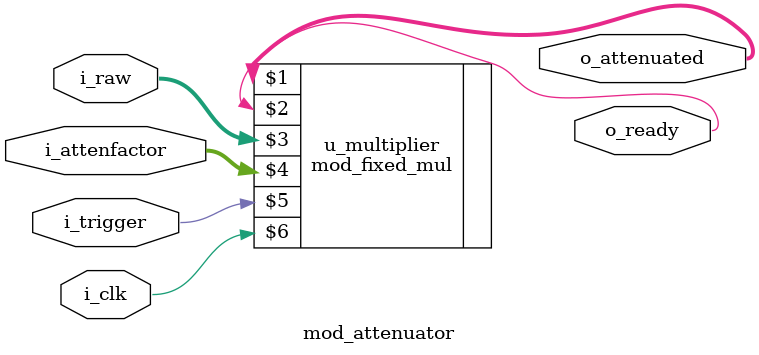
<source format=sv>
`default_nettype none

module mod_attenuator
  ( output logic signed [31:0] o_attenuated // The attenuated value 18.14
  , output logic o_ready // Whether the output is ready
  , input logic unsigned [31:0] i_raw // The input value 18.14
  , input logic unsigned [31:0] i_attenfactor // The attenuation factor 18.14
  , input logic i_trigger // Whether to trigger an attenuation
  , input logic i_clk // The clock signal
  );

  mod_fixed_mul#(32, 14) u_multiplier
    ( o_attenuated, o_ready
    , i_raw, i_attenfactor
    , i_trigger, i_clk
    );
endmodule

</source>
